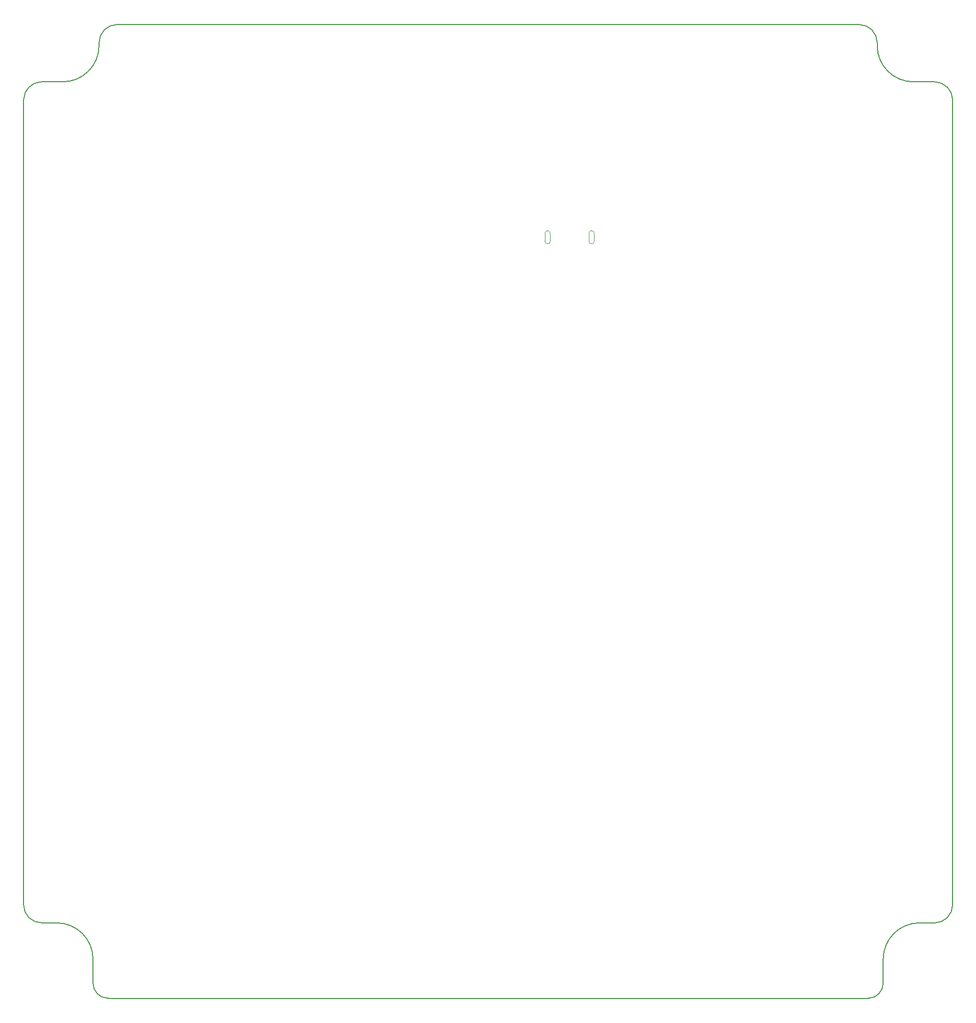
<source format=gko>
G04 #@! TF.GenerationSoftware,KiCad,Pcbnew,(5.99.0-10192-g8d0191151d)*
G04 #@! TF.CreationDate,2021-04-12T23:10:32+03:00*
G04 #@! TF.ProjectId,hellen64_miataNA6_94,68656c6c-656e-4363-945f-6d696174614e,R0.4*
G04 #@! TF.SameCoordinates,PX1406f40PYa852d20*
G04 #@! TF.FileFunction,Profile,NP*
%FSLAX46Y46*%
G04 Gerber Fmt 4.6, Leading zero omitted, Abs format (unit mm)*
G04 Created by KiCad (PCBNEW (5.99.0-10192-g8d0191151d)) date 2021-04-12 23:10:32*
%MOMM*%
%LPD*%
G01*
G04 APERTURE LIST*
G04 #@! TA.AperFunction,Profile*
%ADD10C,0.127000*%
G04 #@! TD*
G04 #@! TA.AperFunction,Profile*
%ADD11C,0.120000*%
G04 #@! TD*
G04 APERTURE END LIST*
D10*
X5500000Y12500000D02*
G75*
G02*
X11500000Y6500000I0J-6000000D01*
G01*
X3000000Y12500000D02*
G75*
G02*
X0Y15500000I0J3000000D01*
G01*
X6500000Y152000000D02*
X3000000Y152000000D01*
X15500000Y161500000D02*
X138500000Y161500000D01*
X12500000Y158000000D02*
G75*
G02*
X6500000Y152000000I-6000000J0D01*
G01*
X138500000Y161500000D02*
G75*
G02*
X141500000Y158500000I0J-3000000D01*
G01*
X14000000Y0D02*
G75*
G02*
X11500000Y2500000I0J2500000D01*
G01*
X11500000Y6500000D02*
X11500000Y2500000D01*
X154000000Y149000000D02*
X154000000Y15500000D01*
X141500000Y158500000D02*
X141500000Y158000000D01*
X12500000Y158500000D02*
X12500000Y158000000D01*
X0Y149000000D02*
X0Y15500000D01*
X147500000Y152000000D02*
G75*
G02*
X141500000Y158000000I0J6000000D01*
G01*
X151000000Y152000000D02*
G75*
G02*
X154000000Y149000000I0J-3000000D01*
G01*
X140000000Y0D02*
X14000000Y0D01*
X147500000Y152000000D02*
X151000000Y152000000D01*
X0Y149000000D02*
G75*
G02*
X3000000Y152000000I3000000J0D01*
G01*
X5500000Y12500000D02*
X3000000Y12500000D01*
X142500000Y2500000D02*
G75*
G02*
X140000000Y0I-2500000J0D01*
G01*
X148500000Y12500000D02*
X151000000Y12500000D01*
X142500000Y6500000D02*
G75*
G02*
X148500000Y12500000I6000000J0D01*
G01*
X154000000Y15500000D02*
G75*
G02*
X151000000Y12500000I-3000000J0D01*
G01*
X142500000Y2500000D02*
X142500000Y6500000D01*
X12500000Y158500000D02*
G75*
G02*
X15500000Y161500000I3000000J0D01*
G01*
D11*
G04 #@! TO.C,J1*
X93704107Y125557962D02*
X93704107Y126937617D01*
X87297293Y126878120D02*
X87297293Y125498465D01*
X94591814Y126871981D02*
X94591814Y125492326D01*
X86409586Y125564101D02*
X86409586Y126943756D01*
X94591815Y126871981D02*
G75*
G03*
X93704108Y126937617I-446837J-7527D01*
G01*
X87297294Y126878120D02*
G75*
G03*
X86409587Y126943756I-446837J-7527D01*
G01*
X93704109Y125557962D02*
G75*
G03*
X94591813Y125492326I446835J7526D01*
G01*
X86409588Y125564101D02*
G75*
G03*
X87297292Y125498465I446835J7526D01*
G01*
G04 #@! TD*
M02*

</source>
